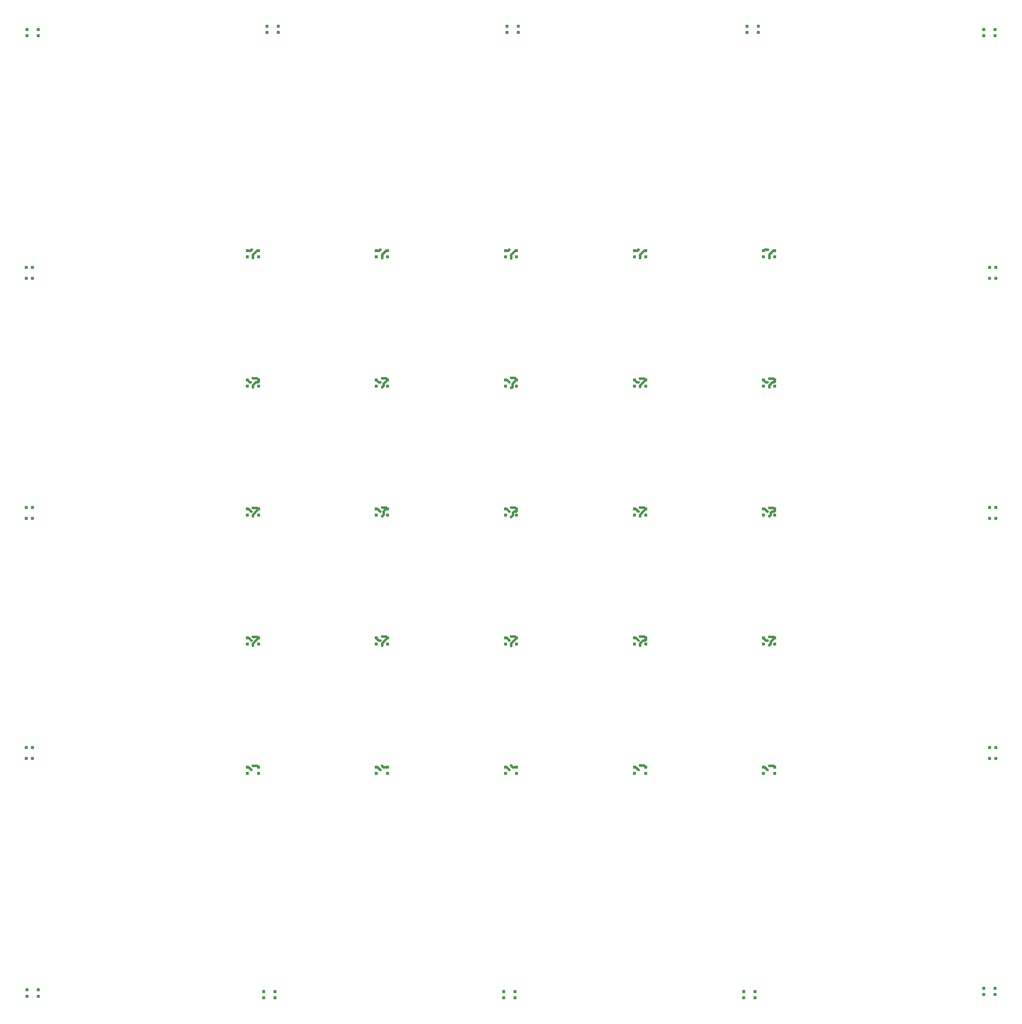
<source format=gbr>
%TF.GenerationSoftware,KiCad,Pcbnew,5.99.0-unknown-e376750~101~ubuntu19.10.1*%
%TF.CreationDate,2020-06-25T20:18:13+02:00*%
%TF.ProjectId,leds,6c656473-2e6b-4696-9361-645f70636258,rev?*%
%TF.SameCoordinates,Original*%
%TF.FileFunction,Copper,L1,Top*%
%TF.FilePolarity,Positive*%
%FSLAX46Y46*%
G04 Gerber Fmt 4.6, Leading zero omitted, Abs format (unit mm)*
G04 Created by KiCad (PCBNEW 5.99.0-unknown-e376750~101~ubuntu19.10.1) date 2020-06-25 20:18:13*
%MOMM*%
%LPD*%
G01*
G04 APERTURE LIST*
%TA.AperFunction,SMDPad,CuDef*%
%ADD10R,0.800000X0.800000*%
%TD*%
%TA.AperFunction,ViaPad*%
%ADD11C,0.600000*%
%TD*%
%TA.AperFunction,Conductor*%
%ADD12C,0.600000*%
%TD*%
G04 APERTURE END LIST*
D10*
%TO.P,D141,3,K1*%
%TO.N,Net-(D141-Pad3)*%
X239900000Y-215675000D03*
%TO.P,D141,2,A2*%
%TO.N,Net-(D141-Pad2)*%
X242500000Y-217125000D03*
%TO.P,D141,4,K2*%
%TO.N,Net-(D141-Pad4)*%
X239900000Y-217125000D03*
%TO.P,D141,1,A1*%
%TO.N,Net-(D141-Pad1)*%
X242500000Y-215675000D03*
%TD*%
%TO.P,D140,3,K1*%
%TO.N,Net-(D140-Pad3)*%
X17275000Y-50700000D03*
%TO.P,D140,2,A2*%
%TO.N,Net-(D140-Pad2)*%
X18725000Y-48100000D03*
%TO.P,D140,4,K2*%
%TO.N,Net-(D140-Pad4)*%
X18725000Y-50700000D03*
%TO.P,D140,1,A1*%
%TO.N,Net-(D140-Pad1)*%
X17275000Y-48100000D03*
%TD*%
%TO.P,D139,3,K1*%
%TO.N,Net-(D139-Pad3)*%
X17500000Y-216075000D03*
%TO.P,D139,2,A2*%
%TO.N,Net-(D139-Pad2)*%
X20100000Y-217525000D03*
%TO.P,D139,4,K2*%
%TO.N,Net-(D139-Pad4)*%
X17500000Y-217525000D03*
%TO.P,D139,1,A1*%
%TO.N,Net-(D139-Pad1)*%
X20100000Y-216075000D03*
%TD*%
%TO.P,D138,3,K1*%
%TO.N,Net-(D138-Pad3)*%
X239900000Y7125000D03*
%TO.P,D138,2,A2*%
%TO.N,Net-(D138-Pad2)*%
X242500000Y5675000D03*
%TO.P,D138,4,K2*%
%TO.N,Net-(D138-Pad4)*%
X239900000Y5675000D03*
%TO.P,D138,1,A1*%
%TO.N,Net-(D138-Pad1)*%
X242500000Y7125000D03*
%TD*%
%TO.P,D137,3,K1*%
%TO.N,Net-(D137-Pad3)*%
X17275000Y-162300000D03*
%TO.P,D137,2,A2*%
%TO.N,Net-(D137-Pad2)*%
X18725000Y-159700000D03*
%TO.P,D137,4,K2*%
%TO.N,Net-(D137-Pad4)*%
X18725000Y-162300000D03*
%TO.P,D137,1,A1*%
%TO.N,Net-(D137-Pad1)*%
X17275000Y-159700000D03*
%TD*%
%TO.P,D136,3,K1*%
%TO.N,Net-(D136-Pad3)*%
X241275000Y-162300000D03*
%TO.P,D136,2,A2*%
%TO.N,Net-(D136-Pad2)*%
X242725000Y-159700000D03*
%TO.P,D136,4,K2*%
%TO.N,Net-(D136-Pad4)*%
X242725000Y-162300000D03*
%TO.P,D136,1,A1*%
%TO.N,Net-(D136-Pad1)*%
X241275000Y-159700000D03*
%TD*%
%TO.P,D135,3,K1*%
%TO.N,Net-(D135-Pad3)*%
X129100000Y7925000D03*
%TO.P,D135,2,A2*%
%TO.N,Net-(D135-Pad2)*%
X131700000Y6475000D03*
%TO.P,D135,4,K2*%
%TO.N,Net-(D135-Pad4)*%
X129100000Y6475000D03*
%TO.P,D135,1,A1*%
%TO.N,Net-(D135-Pad1)*%
X131700000Y7925000D03*
%TD*%
%TO.P,D134,3,K1*%
%TO.N,Net-(D134-Pad3)*%
X184100000Y-216475000D03*
%TO.P,D134,2,A2*%
%TO.N,Net-(D134-Pad2)*%
X186700000Y-217925000D03*
%TO.P,D134,4,K2*%
%TO.N,Net-(D134-Pad4)*%
X184100000Y-217925000D03*
%TO.P,D134,1,A1*%
%TO.N,Net-(D134-Pad1)*%
X186700000Y-216475000D03*
%TD*%
%TO.P,D133,3,K1*%
%TO.N,Net-(D133-Pad3)*%
X73300000Y7925000D03*
%TO.P,D133,2,A2*%
%TO.N,Net-(D133-Pad2)*%
X75900000Y6475000D03*
%TO.P,D133,4,K2*%
%TO.N,Net-(D133-Pad4)*%
X73300000Y6475000D03*
%TO.P,D133,1,A1*%
%TO.N,Net-(D133-Pad1)*%
X75900000Y7925000D03*
%TD*%
%TO.P,D132,3,K1*%
%TO.N,Net-(D132-Pad3)*%
X128300000Y-216475000D03*
%TO.P,D132,2,A2*%
%TO.N,Net-(D132-Pad2)*%
X130900000Y-217925000D03*
%TO.P,D132,4,K2*%
%TO.N,Net-(D132-Pad4)*%
X128300000Y-217925000D03*
%TO.P,D132,1,A1*%
%TO.N,Net-(D132-Pad1)*%
X130900000Y-216475000D03*
%TD*%
%TO.P,D131,3,K1*%
%TO.N,Net-(D131-Pad3)*%
X17275000Y-106500000D03*
%TO.P,D131,2,A2*%
%TO.N,Net-(D131-Pad2)*%
X18725000Y-103900000D03*
%TO.P,D131,4,K2*%
%TO.N,Net-(D131-Pad4)*%
X18725000Y-106500000D03*
%TO.P,D131,1,A1*%
%TO.N,Net-(D131-Pad1)*%
X17275000Y-103900000D03*
%TD*%
%TO.P,D130,3,K1*%
%TO.N,Net-(D130-Pad3)*%
X72500000Y-216475000D03*
%TO.P,D130,2,A2*%
%TO.N,Net-(D130-Pad2)*%
X75100000Y-217925000D03*
%TO.P,D130,4,K2*%
%TO.N,Net-(D130-Pad4)*%
X72500000Y-217925000D03*
%TO.P,D130,1,A1*%
%TO.N,Net-(D130-Pad1)*%
X75100000Y-216475000D03*
%TD*%
%TO.P,D129,3,K1*%
%TO.N,Net-(D129-Pad3)*%
X241275000Y-106500000D03*
%TO.P,D129,2,A2*%
%TO.N,Net-(D129-Pad2)*%
X242725000Y-103900000D03*
%TO.P,D129,4,K2*%
%TO.N,Net-(D129-Pad4)*%
X242725000Y-106500000D03*
%TO.P,D129,1,A1*%
%TO.N,Net-(D129-Pad1)*%
X241275000Y-103900000D03*
%TD*%
%TO.P,D128,3,K1*%
%TO.N,Net-(D128-Pad3)*%
X241275000Y-50700000D03*
%TO.P,D128,2,A2*%
%TO.N,Net-(D128-Pad2)*%
X242725000Y-48100000D03*
%TO.P,D128,4,K2*%
%TO.N,Net-(D128-Pad4)*%
X242725000Y-50700000D03*
%TO.P,D128,1,A1*%
%TO.N,Net-(D128-Pad1)*%
X241275000Y-48100000D03*
%TD*%
%TO.P,D127,3,K1*%
%TO.N,Net-(D127-Pad3)*%
X184900000Y7925000D03*
%TO.P,D127,2,A2*%
%TO.N,Net-(D127-Pad2)*%
X187500000Y6475000D03*
%TO.P,D127,4,K2*%
%TO.N,Net-(D127-Pad4)*%
X184900000Y6475000D03*
%TO.P,D127,1,A1*%
%TO.N,Net-(D127-Pad1)*%
X187500000Y7925000D03*
%TD*%
%TO.P,D126,3,K1*%
%TO.N,Net-(D126-Pad3)*%
X17500000Y7125000D03*
%TO.P,D126,2,A2*%
%TO.N,Net-(D126-Pad2)*%
X20100000Y5675000D03*
%TO.P,D126,4,K2*%
%TO.N,Net-(D126-Pad4)*%
X17500000Y5675000D03*
%TO.P,D126,1,A1*%
%TO.N,Net-(D126-Pad1)*%
X20100000Y7125000D03*
%TD*%
%TO.P,D125,3,K1*%
%TO.N,SW1*%
X188700000Y-164275000D03*
%TO.P,D125,2,A2*%
%TO.N,Net-(D125-Pad2)*%
X191300000Y-165725000D03*
%TO.P,D125,4,K2*%
%TO.N,Net-(D125-Pad4)*%
X188700000Y-165725000D03*
%TO.P,D125,1,A1*%
%TO.N,CS1*%
X191300000Y-164275000D03*
%TD*%
%TO.P,D124,3,K1*%
%TO.N,SW2*%
X188700000Y-134275000D03*
%TO.P,D124,2,A2*%
%TO.N,Net-(D124-Pad2)*%
X191300000Y-135725000D03*
%TO.P,D124,4,K2*%
%TO.N,Net-(D124-Pad4)*%
X188700000Y-135725000D03*
%TO.P,D124,1,A1*%
%TO.N,CS1*%
X191300000Y-134275000D03*
%TD*%
%TO.P,D123,3,K1*%
%TO.N,SW3*%
X188700000Y-104275000D03*
%TO.P,D123,2,A2*%
%TO.N,Net-(D123-Pad2)*%
X191300000Y-105725000D03*
%TO.P,D123,4,K2*%
%TO.N,Net-(D123-Pad4)*%
X188700000Y-105725000D03*
%TO.P,D123,1,A1*%
%TO.N,CS1*%
X191300000Y-104275000D03*
%TD*%
%TO.P,D122,3,K1*%
%TO.N,SW4*%
X188700000Y-74275000D03*
%TO.P,D122,2,A2*%
%TO.N,Net-(D122-Pad2)*%
X191300000Y-75725000D03*
%TO.P,D122,4,K2*%
%TO.N,Net-(D122-Pad4)*%
X188700000Y-75725000D03*
%TO.P,D122,1,A1*%
%TO.N,CS1*%
X191300000Y-74275000D03*
%TD*%
%TO.P,D121,3,K1*%
%TO.N,SW5*%
X188700000Y-44275000D03*
%TO.P,D121,2,A2*%
%TO.N,Net-(D121-Pad2)*%
X191300000Y-45725000D03*
%TO.P,D121,4,K2*%
%TO.N,Net-(D121-Pad4)*%
X188700000Y-45725000D03*
%TO.P,D121,1,A1*%
%TO.N,CS1*%
X191300000Y-44275000D03*
%TD*%
%TO.P,D120,3,K1*%
%TO.N,SW1*%
X158700000Y-164275000D03*
%TO.P,D120,2,A2*%
%TO.N,Net-(D120-Pad2)*%
X161300000Y-165725000D03*
%TO.P,D120,4,K2*%
%TO.N,Net-(D120-Pad4)*%
X158700000Y-165725000D03*
%TO.P,D120,1,A1*%
%TO.N,CS2*%
X161300000Y-164275000D03*
%TD*%
%TO.P,D119,3,K1*%
%TO.N,SW2*%
X158700000Y-134275000D03*
%TO.P,D119,2,A2*%
%TO.N,Net-(D119-Pad2)*%
X161300000Y-135725000D03*
%TO.P,D119,4,K2*%
%TO.N,Net-(D119-Pad4)*%
X158700000Y-135725000D03*
%TO.P,D119,1,A1*%
%TO.N,CS2*%
X161300000Y-134275000D03*
%TD*%
%TO.P,D118,3,K1*%
%TO.N,SW3*%
X158700000Y-104275000D03*
%TO.P,D118,2,A2*%
%TO.N,Net-(D118-Pad2)*%
X161300000Y-105725000D03*
%TO.P,D118,4,K2*%
%TO.N,Net-(D118-Pad4)*%
X158700000Y-105725000D03*
%TO.P,D118,1,A1*%
%TO.N,CS2*%
X161300000Y-104275000D03*
%TD*%
%TO.P,D117,3,K1*%
%TO.N,SW4*%
X158700000Y-74275000D03*
%TO.P,D117,2,A2*%
%TO.N,Net-(D117-Pad2)*%
X161300000Y-75725000D03*
%TO.P,D117,4,K2*%
%TO.N,Net-(D117-Pad4)*%
X158700000Y-75725000D03*
%TO.P,D117,1,A1*%
%TO.N,CS2*%
X161300000Y-74275000D03*
%TD*%
%TO.P,D116,3,K1*%
%TO.N,SW5*%
X158700000Y-44275000D03*
%TO.P,D116,2,A2*%
%TO.N,Net-(D116-Pad2)*%
X161300000Y-45725000D03*
%TO.P,D116,4,K2*%
%TO.N,Net-(D116-Pad4)*%
X158700000Y-45725000D03*
%TO.P,D116,1,A1*%
%TO.N,CS2*%
X161300000Y-44275000D03*
%TD*%
%TO.P,D115,3,K1*%
%TO.N,SW1*%
X128700000Y-164275000D03*
%TO.P,D115,2,A2*%
%TO.N,Net-(D115-Pad2)*%
X131300000Y-165725000D03*
%TO.P,D115,4,K2*%
%TO.N,Net-(D115-Pad4)*%
X128700000Y-165725000D03*
%TO.P,D115,1,A1*%
%TO.N,CS3*%
X131300000Y-164275000D03*
%TD*%
%TO.P,D114,3,K1*%
%TO.N,SW2*%
X128700000Y-134275000D03*
%TO.P,D114,2,A2*%
%TO.N,Net-(D114-Pad2)*%
X131300000Y-135725000D03*
%TO.P,D114,4,K2*%
%TO.N,Net-(D114-Pad4)*%
X128700000Y-135725000D03*
%TO.P,D114,1,A1*%
%TO.N,CS3*%
X131300000Y-134275000D03*
%TD*%
%TO.P,D113,3,K1*%
%TO.N,SW3*%
X128700000Y-104275000D03*
%TO.P,D113,2,A2*%
%TO.N,Net-(D113-Pad2)*%
X131300000Y-105725000D03*
%TO.P,D113,4,K2*%
%TO.N,Net-(D113-Pad4)*%
X128700000Y-105725000D03*
%TO.P,D113,1,A1*%
%TO.N,CS3*%
X131300000Y-104275000D03*
%TD*%
%TO.P,D112,3,K1*%
%TO.N,SW4*%
X128700000Y-74275000D03*
%TO.P,D112,2,A2*%
%TO.N,Net-(D112-Pad2)*%
X131300000Y-75725000D03*
%TO.P,D112,4,K2*%
%TO.N,Net-(D112-Pad4)*%
X128700000Y-75725000D03*
%TO.P,D112,1,A1*%
%TO.N,CS3*%
X131300000Y-74275000D03*
%TD*%
%TO.P,D111,3,K1*%
%TO.N,SW5*%
X128700000Y-44275000D03*
%TO.P,D111,2,A2*%
%TO.N,Net-(D111-Pad2)*%
X131300000Y-45725000D03*
%TO.P,D111,4,K2*%
%TO.N,Net-(D111-Pad4)*%
X128700000Y-45725000D03*
%TO.P,D111,1,A1*%
%TO.N,CS3*%
X131300000Y-44275000D03*
%TD*%
%TO.P,D110,3,K1*%
%TO.N,SW1*%
X98700000Y-164275000D03*
%TO.P,D110,2,A2*%
%TO.N,Net-(D110-Pad2)*%
X101300000Y-165725000D03*
%TO.P,D110,4,K2*%
%TO.N,Net-(D110-Pad4)*%
X98700000Y-165725000D03*
%TO.P,D110,1,A1*%
%TO.N,CS4*%
X101300000Y-164275000D03*
%TD*%
%TO.P,D109,3,K1*%
%TO.N,SW2*%
X98700000Y-134275000D03*
%TO.P,D109,2,A2*%
%TO.N,Net-(D109-Pad2)*%
X101300000Y-135725000D03*
%TO.P,D109,4,K2*%
%TO.N,Net-(D109-Pad4)*%
X98700000Y-135725000D03*
%TO.P,D109,1,A1*%
%TO.N,CS4*%
X101300000Y-134275000D03*
%TD*%
%TO.P,D108,3,K1*%
%TO.N,SW3*%
X98700000Y-104275000D03*
%TO.P,D108,2,A2*%
%TO.N,Net-(D108-Pad2)*%
X101300000Y-105725000D03*
%TO.P,D108,4,K2*%
%TO.N,Net-(D108-Pad4)*%
X98700000Y-105725000D03*
%TO.P,D108,1,A1*%
%TO.N,CS4*%
X101300000Y-104275000D03*
%TD*%
%TO.P,D107,3,K1*%
%TO.N,SW4*%
X98700000Y-74275000D03*
%TO.P,D107,2,A2*%
%TO.N,Net-(D107-Pad2)*%
X101300000Y-75725000D03*
%TO.P,D107,4,K2*%
%TO.N,Net-(D107-Pad4)*%
X98700000Y-75725000D03*
%TO.P,D107,1,A1*%
%TO.N,CS4*%
X101300000Y-74275000D03*
%TD*%
%TO.P,D106,3,K1*%
%TO.N,SW5*%
X98700000Y-44275000D03*
%TO.P,D106,2,A2*%
%TO.N,Net-(D106-Pad2)*%
X101300000Y-45725000D03*
%TO.P,D106,4,K2*%
%TO.N,Net-(D106-Pad4)*%
X98700000Y-45725000D03*
%TO.P,D106,1,A1*%
%TO.N,CS4*%
X101300000Y-44275000D03*
%TD*%
%TO.P,D105,3,K1*%
%TO.N,SW1*%
X68700000Y-164275000D03*
%TO.P,D105,2,A2*%
%TO.N,Net-(D105-Pad2)*%
X71300000Y-165725000D03*
%TO.P,D105,4,K2*%
%TO.N,Net-(D105-Pad4)*%
X68700000Y-165725000D03*
%TO.P,D105,1,A1*%
%TO.N,CS5*%
X71300000Y-164275000D03*
%TD*%
%TO.P,D104,3,K1*%
%TO.N,SW2*%
X68700000Y-134275000D03*
%TO.P,D104,2,A2*%
%TO.N,Net-(D104-Pad2)*%
X71300000Y-135725000D03*
%TO.P,D104,4,K2*%
%TO.N,Net-(D104-Pad4)*%
X68700000Y-135725000D03*
%TO.P,D104,1,A1*%
%TO.N,CS5*%
X71300000Y-134275000D03*
%TD*%
%TO.P,D103,3,K1*%
%TO.N,SW3*%
X68700000Y-104275000D03*
%TO.P,D103,2,A2*%
%TO.N,Net-(D103-Pad2)*%
X71300000Y-105725000D03*
%TO.P,D103,4,K2*%
%TO.N,Net-(D103-Pad4)*%
X68700000Y-105725000D03*
%TO.P,D103,1,A1*%
%TO.N,CS5*%
X71300000Y-104275000D03*
%TD*%
%TO.P,D102,3,K1*%
%TO.N,SW4*%
X68700000Y-74275000D03*
%TO.P,D102,2,A2*%
%TO.N,Net-(D102-Pad2)*%
X71300000Y-75725000D03*
%TO.P,D102,4,K2*%
%TO.N,Net-(D102-Pad4)*%
X68700000Y-75725000D03*
%TO.P,D102,1,A1*%
%TO.N,CS5*%
X71300000Y-74275000D03*
%TD*%
%TO.P,D101,3,K1*%
%TO.N,SW5*%
X68700000Y-44275000D03*
%TO.P,D101,2,A2*%
%TO.N,Net-(D101-Pad2)*%
X71300000Y-45725000D03*
%TO.P,D101,4,K2*%
%TO.N,Net-(D101-Pad4)*%
X68700000Y-45725000D03*
%TO.P,D101,1,A1*%
%TO.N,CS5*%
X71300000Y-44275000D03*
%TD*%
D11*
%TO.N,SW1*%
X99600000Y-164900000D03*
X129600000Y-164900000D03*
X159600000Y-164900000D03*
X69600000Y-164900000D03*
X189600000Y-164900000D03*
%TO.N,CS5*%
X70000000Y-136000000D03*
X70000000Y-164000000D03*
X70000000Y-134000000D03*
X70000000Y-106000000D03*
X70000000Y-104000000D03*
X70000000Y-76000000D03*
X70000000Y-45900000D03*
X70000000Y-73900000D03*
%TO.N,CS1*%
X190000000Y-135900000D03*
X190000000Y-164000000D03*
X190000000Y-106000000D03*
X190000000Y-134000000D03*
X190000000Y-76000000D03*
X190000000Y-104000000D03*
X190000000Y-74000000D03*
X190000000Y-45900000D03*
%TO.N,CS2*%
X160000000Y-136000000D03*
X160000000Y-163900000D03*
X160000000Y-106000000D03*
X160000000Y-133900000D03*
X160000000Y-103900000D03*
X160000000Y-75900000D03*
X160000000Y-74000000D03*
X160000000Y-45900000D03*
%TO.N,CS4*%
X100000000Y-164000000D03*
X100000000Y-136000000D03*
X100000000Y-106000000D03*
X100000000Y-133900000D03*
%TO.N,SW3*%
X99600000Y-104900000D03*
%TO.N,CS4*%
X100000000Y-76000000D03*
X100000000Y-103900000D03*
X100000000Y-73900000D03*
X100000000Y-45900000D03*
%TO.N,CS3*%
X130000000Y-163900000D03*
X130000000Y-136100000D03*
X130000000Y-106100000D03*
X130000000Y-133900000D03*
%TO.N,SW2*%
X129600000Y-134800000D03*
X159600000Y-134800000D03*
X189600000Y-134800000D03*
X99600000Y-134800000D03*
X69600000Y-134800000D03*
%TO.N,SW3*%
X69600000Y-104900000D03*
X159600000Y-104900000D03*
X129600000Y-104900000D03*
X189600000Y-104900000D03*
%TO.N,SW4*%
X69500000Y-74800000D03*
X99600000Y-74800000D03*
X189600000Y-74800000D03*
X129600000Y-74800000D03*
X159600000Y-74800000D03*
%TO.N,CS3*%
X130000000Y-76100000D03*
X130000000Y-103900000D03*
X130000000Y-46000000D03*
X130000000Y-73800000D03*
%TO.N,SW5*%
X99600000Y-44000000D03*
X129600000Y-44000000D03*
X159600000Y-44000000D03*
X69700000Y-44000000D03*
X189700000Y-44000000D03*
%TD*%
D12*
%TO.N,SW1*%
X98700000Y-164275000D02*
X98975000Y-164275000D01*
X98975000Y-164275000D02*
X99600000Y-164900000D01*
X128975000Y-164275000D02*
X129600000Y-164900000D01*
X128700000Y-164275000D02*
X128975000Y-164275000D01*
X158700000Y-164275000D02*
X158975000Y-164275000D01*
X158975000Y-164275000D02*
X159600000Y-164900000D01*
X68700000Y-164275000D02*
X68975000Y-164275000D01*
X68975000Y-164275000D02*
X69600000Y-164900000D01*
X188975000Y-164275000D02*
X188700000Y-164275000D01*
X189600000Y-164900000D02*
X188975000Y-164275000D01*
%TO.N,CS5*%
X71300000Y-134275000D02*
X71242876Y-134275000D01*
X70000000Y-135531384D02*
X70000000Y-136000000D01*
X71025000Y-164000000D02*
X71300000Y-164275000D01*
X70400008Y-135117868D02*
X70400008Y-135131376D01*
X71242876Y-134275000D02*
X70400008Y-135117868D01*
X70400008Y-135131376D02*
X70000000Y-135531384D01*
X70000000Y-164000000D02*
X71025000Y-164000000D01*
X70000000Y-105631384D02*
X70000000Y-106000000D01*
X70400008Y-105117868D02*
X70400008Y-105231376D01*
X71300000Y-104275000D02*
X71242876Y-104275000D01*
X71025000Y-134000000D02*
X71300000Y-134275000D01*
X71242876Y-104275000D02*
X70400008Y-105117868D01*
X70400008Y-105231376D02*
X70000000Y-105631384D01*
X70000000Y-134000000D02*
X71025000Y-134000000D01*
X71150010Y-74824990D02*
X70692886Y-74824990D01*
X71300000Y-74675000D02*
X71150010Y-74824990D01*
X71025000Y-104000000D02*
X71300000Y-104275000D01*
X71300000Y-74275000D02*
X71300000Y-74675000D01*
X70000000Y-75517876D02*
X70000000Y-76000000D01*
X70692886Y-74824990D02*
X70000000Y-75517876D01*
X70000000Y-104000000D02*
X71025000Y-104000000D01*
X70900000Y-44275000D02*
X70000000Y-45175000D01*
X70000000Y-45175000D02*
X70000000Y-45900000D01*
X71300000Y-44275000D02*
X70900000Y-44275000D01*
X70925000Y-73900000D02*
X71300000Y-74275000D01*
X70000000Y-73900000D02*
X70925000Y-73900000D01*
%TO.N,CS1*%
X191025000Y-164000000D02*
X191300000Y-164275000D01*
X190399990Y-135500010D02*
X190000000Y-135900000D01*
X190399990Y-135117886D02*
X190399990Y-135500010D01*
X191300000Y-134275000D02*
X191242876Y-134275000D01*
X190000000Y-164000000D02*
X191025000Y-164000000D01*
X191242876Y-134275000D02*
X190399990Y-135117886D01*
X191300000Y-104675000D02*
X191150010Y-104824990D01*
X190399990Y-105117886D02*
X190399990Y-105600010D01*
X191025000Y-134000000D02*
X191300000Y-134275000D01*
X190399990Y-105600010D02*
X190000000Y-106000000D01*
X191300000Y-104275000D02*
X191300000Y-104675000D01*
X191150010Y-104824990D02*
X190692886Y-104824990D01*
X190692886Y-104824990D02*
X190399990Y-105117886D01*
X190000000Y-134000000D02*
X191025000Y-134000000D01*
X190400010Y-75117866D02*
X190400010Y-75131374D01*
X191300000Y-74275000D02*
X191300000Y-74675000D01*
X191025000Y-104000000D02*
X191300000Y-104275000D01*
X190400010Y-75131374D02*
X190000000Y-75531384D01*
X190692886Y-74824990D02*
X190400010Y-75117866D01*
X190000000Y-104000000D02*
X191025000Y-104000000D01*
X191150010Y-74824990D02*
X190692886Y-74824990D01*
X191300000Y-74675000D02*
X191150010Y-74824990D01*
X190000000Y-75531384D02*
X190000000Y-76000000D01*
X190000000Y-74000000D02*
X191025000Y-74000000D01*
X191025000Y-74000000D02*
X191300000Y-74275000D01*
X191300000Y-44275000D02*
X190900000Y-44275000D01*
X190000000Y-45175000D02*
X190000000Y-45900000D01*
X190900000Y-44275000D02*
X190000000Y-45175000D01*
%TO.N,CS2*%
X161300000Y-134675000D02*
X161150010Y-134824990D01*
X160400008Y-135131376D02*
X160000000Y-135531384D01*
X161300000Y-134275000D02*
X161300000Y-134675000D01*
X160000000Y-135531384D02*
X160000000Y-136000000D01*
X160692886Y-134824990D02*
X160400008Y-135117868D01*
X160400008Y-135117868D02*
X160400008Y-135131376D01*
X161150010Y-134824990D02*
X160692886Y-134824990D01*
X160000000Y-163900000D02*
X160925000Y-163900000D01*
X160925000Y-163900000D02*
X161300000Y-164275000D01*
X160000000Y-74000000D02*
X161025000Y-74000000D01*
X161025000Y-74000000D02*
X161300000Y-74275000D01*
X161242876Y-104275000D02*
X160400008Y-105117868D01*
X160000000Y-133900000D02*
X160925000Y-133900000D01*
X160000000Y-105631384D02*
X160000000Y-106000000D01*
X161300000Y-104275000D02*
X161242876Y-104275000D01*
X160400008Y-105117868D02*
X160400008Y-105231376D01*
X160400008Y-105231376D02*
X160000000Y-105631384D01*
X160925000Y-133900000D02*
X161300000Y-134275000D01*
X160000000Y-103900000D02*
X160925000Y-103900000D01*
X160925000Y-103900000D02*
X161300000Y-104275000D01*
X161242876Y-74275000D02*
X160400010Y-75117866D01*
X160400010Y-75117866D02*
X160400010Y-75131374D01*
X161300000Y-74275000D02*
X161242876Y-74275000D01*
X160000000Y-75531384D02*
X160000000Y-75900000D01*
X160400010Y-75131374D02*
X160000000Y-75531384D01*
X160000000Y-45175000D02*
X160000000Y-45900000D01*
X160900000Y-44275000D02*
X160000000Y-45175000D01*
X161300000Y-44275000D02*
X160900000Y-44275000D01*
%TO.N,CS3*%
X131300000Y-164275000D02*
X130375000Y-164275000D01*
X130375000Y-164275000D02*
X130000000Y-163900000D01*
%TO.N,CS4*%
X101300000Y-164275000D02*
X100275000Y-164275000D01*
X100275000Y-164275000D02*
X100000000Y-164000000D01*
X100400010Y-135131374D02*
X100000000Y-135531384D01*
X100400010Y-135117866D02*
X100400010Y-135131374D01*
X101300000Y-134275000D02*
X101242876Y-134275000D01*
X100000000Y-135531384D02*
X100000000Y-136000000D01*
X101242876Y-134275000D02*
X100400010Y-135117866D01*
X100900000Y-104275000D02*
X100400008Y-104774992D01*
X100399990Y-105600010D02*
X100000000Y-106000000D01*
X100399990Y-105117886D02*
X100399990Y-105600010D01*
X100400008Y-105117868D02*
X100399990Y-105117886D01*
X101300000Y-104275000D02*
X100900000Y-104275000D01*
X100400008Y-104774992D02*
X100400008Y-105117868D01*
X100000000Y-133900000D02*
X100925000Y-133900000D01*
X100925000Y-133900000D02*
X101300000Y-134275000D01*
%TO.N,SW3*%
X98700000Y-104275000D02*
X98975000Y-104275000D01*
X98975000Y-104275000D02*
X99600000Y-104900000D01*
%TO.N,CS4*%
X100399990Y-75117886D02*
X100399990Y-75600010D01*
X101300000Y-74275000D02*
X101242876Y-74275000D01*
X100925000Y-103900000D02*
X101300000Y-104275000D01*
X100399990Y-75600010D02*
X100000000Y-76000000D01*
X101242876Y-74275000D02*
X100399990Y-75117886D01*
X100000000Y-103900000D02*
X100925000Y-103900000D01*
X101300000Y-44275000D02*
X100900000Y-44275000D01*
X100900000Y-44275000D02*
X100000000Y-45175000D01*
X100000000Y-45175000D02*
X100000000Y-45900000D01*
X100000000Y-73900000D02*
X100925000Y-73900000D01*
X100925000Y-73900000D02*
X101300000Y-74275000D01*
%TO.N,CS3*%
X130000000Y-135531384D02*
X130000000Y-136100000D01*
X131242876Y-134275000D02*
X130400008Y-135117868D01*
X131300000Y-134275000D02*
X131242876Y-134275000D01*
X130400008Y-135117868D02*
X130400008Y-135131376D01*
X130400008Y-135131376D02*
X130000000Y-135531384D01*
X131300000Y-104675000D02*
X131150010Y-104824990D01*
X130399990Y-105700010D02*
X130000000Y-106100000D01*
X130399990Y-105117886D02*
X130399990Y-105700010D01*
X131300000Y-104275000D02*
X131300000Y-104675000D01*
X130692886Y-104824990D02*
X130399990Y-105117886D01*
X131150010Y-104824990D02*
X130692886Y-104824990D01*
X130000000Y-133900000D02*
X130925000Y-133900000D01*
X130925000Y-133900000D02*
X131300000Y-134275000D01*
%TO.N,SW2*%
X128700000Y-134275000D02*
X129075000Y-134275000D01*
X129075000Y-134275000D02*
X129600000Y-134800000D01*
X158700000Y-134275000D02*
X159075000Y-134275000D01*
X159075000Y-134275000D02*
X159600000Y-134800000D01*
X189600000Y-134800000D02*
X189225000Y-134800000D01*
X189225000Y-134800000D02*
X188700000Y-134275000D01*
X99225000Y-134800000D02*
X98700000Y-134275000D01*
X99600000Y-134800000D02*
X99225000Y-134800000D01*
X68700000Y-134275000D02*
X69075000Y-134275000D01*
X69075000Y-134275000D02*
X69600000Y-134800000D01*
%TO.N,SW3*%
X68975000Y-104275000D02*
X68700000Y-104275000D01*
X69600000Y-104900000D02*
X68975000Y-104275000D01*
X158975000Y-104275000D02*
X159600000Y-104900000D01*
X158700000Y-104275000D02*
X158975000Y-104275000D01*
X128975000Y-104275000D02*
X129600000Y-104900000D01*
X128700000Y-104275000D02*
X128975000Y-104275000D01*
X189600000Y-104900000D02*
X188975000Y-104275000D01*
X188975000Y-104275000D02*
X188700000Y-104275000D01*
%TO.N,SW4*%
X69225000Y-74800000D02*
X68700000Y-74275000D01*
X69500000Y-74800000D02*
X69225000Y-74800000D01*
X99600000Y-74800000D02*
X99225000Y-74800000D01*
X99225000Y-74800000D02*
X98700000Y-74275000D01*
X189600000Y-74800000D02*
X189225000Y-74800000D01*
X189225000Y-74800000D02*
X188700000Y-74275000D01*
X128700000Y-74275000D02*
X129075000Y-74275000D01*
X129075000Y-74275000D02*
X129600000Y-74800000D01*
X159600000Y-74800000D02*
X159225000Y-74800000D01*
X159225000Y-74800000D02*
X158700000Y-74275000D01*
%TO.N,CS3*%
X131225000Y-74275000D02*
X130350000Y-75150000D01*
X130000000Y-76100000D02*
X130200000Y-76100000D01*
X130200000Y-76100000D02*
X130350000Y-75950000D01*
X130350000Y-75950000D02*
X130350000Y-75150000D01*
X130000000Y-103900000D02*
X130925000Y-103900000D01*
X131300000Y-74275000D02*
X131225000Y-74275000D01*
X130925000Y-103900000D02*
X131300000Y-104275000D01*
X130900000Y-44275000D02*
X130000000Y-45175000D01*
X130825000Y-73800000D02*
X131300000Y-74275000D01*
X130000000Y-45175000D02*
X130000000Y-46000000D01*
X130000000Y-73800000D02*
X130825000Y-73800000D01*
X131300000Y-44275000D02*
X130900000Y-44275000D01*
%TO.N,SW5*%
X99325000Y-44275000D02*
X99600000Y-44000000D01*
X98700000Y-44275000D02*
X99325000Y-44275000D01*
X128700000Y-44275000D02*
X129325000Y-44275000D01*
X129325000Y-44275000D02*
X129600000Y-44000000D01*
X159325000Y-44275000D02*
X159600000Y-44000000D01*
X158700000Y-44275000D02*
X159325000Y-44275000D01*
X68700000Y-44275000D02*
X69425000Y-44275000D01*
X69425000Y-44275000D02*
X69700000Y-44000000D01*
X189700000Y-44000000D02*
X188975000Y-44000000D01*
X188975000Y-44000000D02*
X188700000Y-44275000D01*
%TD*%
M02*

</source>
